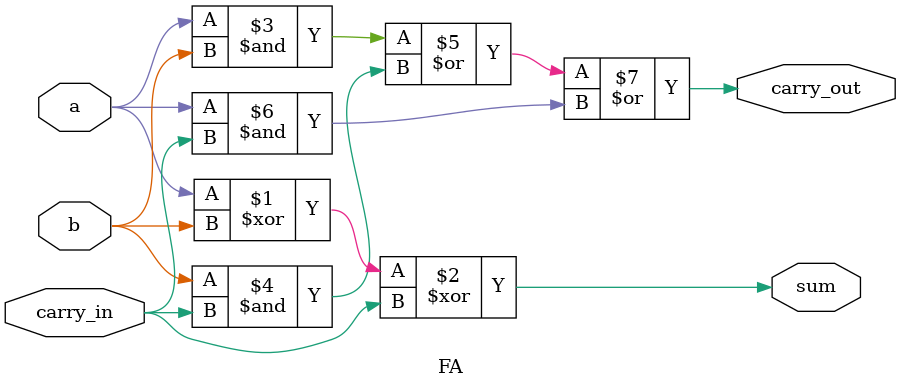
<source format=v>
module HA (
    input a, b,
    output sum, carry
);
    assign sum = a ^ b;
    assign carry = a & b;

endmodule

module FAwithHA (
    input a, b, carry_in,
    output sum, carry_out
);
    wire s1, c1, c2;
    HA U1 (
        .a(a), .b(b),
        .sum(s1), .carry(c1)
    );

    HA U2 (
        .a(carry_in), .b(s1),
        .sum(sum), .carry(c2)
    );

    assign carry_out = c1 | c2;

endmodule

module FA (
    input a, b, carry_in,
    output sum, carry_out
);
    assign sum = (a ^ b) ^ carry_in;
    assign carry_out = (a & b) | (b & carry_in) | (a & carry_in);

endmodule
</source>
